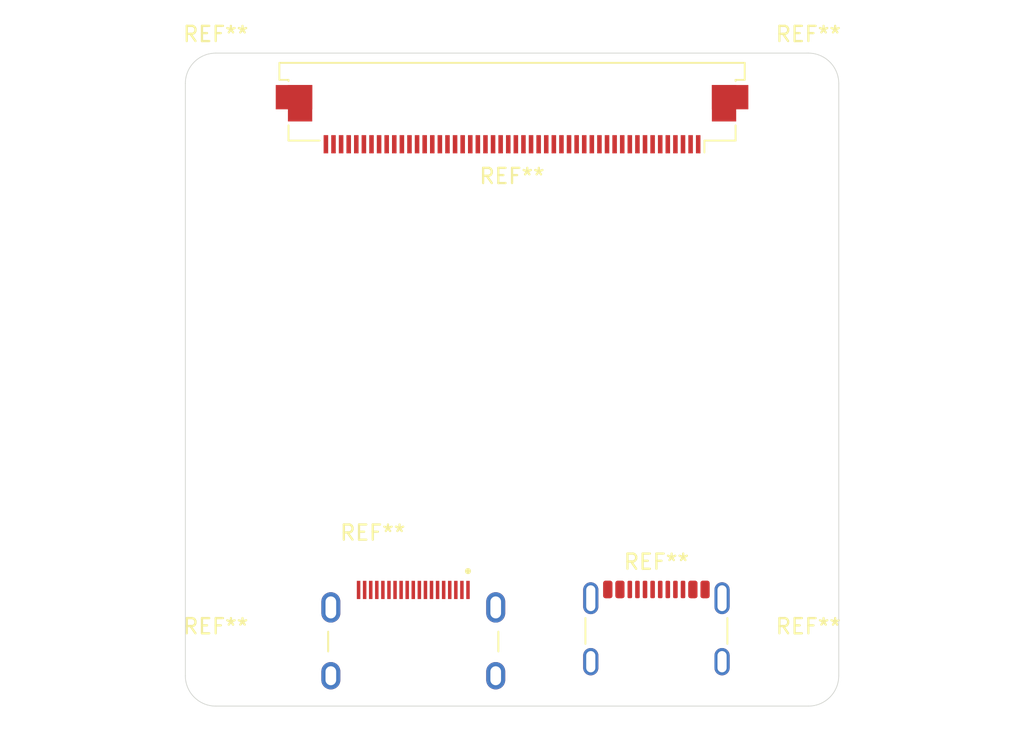
<source format=kicad_pcb>
(kicad_pcb (version 20241229) (generator "pcbnew") (generator_version "9.0")
  (layers (0 "F.Cu" signal) (2 "B.Cu" signal) (13 "F.Paste" user) (15 "B.Paste" user) (5 "F.SilkS" user "F.Silkscreen") (7 "B.SilkS" user "B.Silkscreen") (1 "F.Mask" user) (3 "B.Mask" user) (25 "Edge.Cuts" user))
  (net 0 "")
  (footprint "Library:EDAC_690-019-298-903" (layer "F.Cu") (at 122 141)
    (property "Reference" "REF**" (at -2.665 -9.415 0) (layer "F.SilkS"))
    (property "Value" "EDAC_690-019-298-903")
    (fp_line (start -5.6 -2.9) (end -5.6 -1.6) (stroke (width 0.127)) (layer "F.SilkS"))
    (fp_line (start 5.6 -1.6) (end 5.6 -2.9) (stroke (width 0.127)) (layer "F.SilkS"))
    (fp_circle (center 3.6 -6.89) (end 3.7 -6.89) (stroke (width 0.2)) (fill no) (layer "F.SilkS"))
    (pad "" np_thru_hole circle (at -3.75 -3.7) (size 1.05 1.05) (drill 1.05) (layers "*.Cu" "*.Mask"))
    (pad "" np_thru_hole circle (at 3.75 -3.7) (size 1.05 1.05) (drill 1.05) (layers "*.Cu" "*.Mask"))
    (pad "1" smd rect (at 3.6 -5.65) (size 0.23 1.2) (layers "F.Cu" "F.Mask" "F.Paste"))
    (pad "2" smd rect (at 3.2 -5.65) (size 0.23 1.2) (layers "F.Cu" "F.Mask" "F.Paste"))
    (pad "3" smd rect (at 2.8 -5.65) (size 0.23 1.2) (layers "F.Cu" "F.Mask" "F.Paste"))
    (pad "4" smd rect (at 2.4 -5.65) (size 0.23 1.2) (layers "F.Cu" "F.Mask" "F.Paste"))
    (pad "5" smd rect (at 2 -5.65) (size 0.23 1.2) (layers "F.Cu" "F.Mask" "F.Paste"))
    (pad "6" smd rect (at 1.6 -5.65) (size 0.23 1.2) (layers "F.Cu" "F.Mask" "F.Paste"))
    (pad "7" smd rect (at 1.2 -5.65) (size 0.23 1.2) (layers "F.Cu" "F.Mask" "F.Paste"))
    (pad "8" smd rect (at 0.8 -5.65) (size 0.23 1.2) (layers "F.Cu" "F.Mask" "F.Paste"))
    (pad "9" smd rect (at 0.4 -5.65) (size 0.23 1.2) (layers "F.Cu" "F.Mask" "F.Paste"))
    (pad "10" smd rect (at 0 -5.65) (size 0.23 1.2) (layers "F.Cu" "F.Mask" "F.Paste"))
    (pad "11" smd rect (at -0.4 -5.65) (size 0.23 1.2) (layers "F.Cu" "F.Mask" "F.Paste"))
    (pad "12" smd rect (at -0.8 -5.65) (size 0.23 1.2) (layers "F.Cu" "F.Mask" "F.Paste"))
    (pad "13" smd rect (at -1.2 -5.65) (size 0.23 1.2) (layers "F.Cu" "F.Mask" "F.Paste"))
    (pad "14" smd rect (at -1.6 -5.65) (size 0.23 1.2) (layers "F.Cu" "F.Mask" "F.Paste"))
    (pad "15" smd rect (at -2 -5.65) (size 0.23 1.2) (layers "F.Cu" "F.Mask" "F.Paste"))
    (pad "16" smd rect (at -2.4 -5.65) (size 0.23 1.2) (layers "F.Cu" "F.Mask" "F.Paste"))
    (pad "17" smd rect (at -2.8 -5.65) (size 0.23 1.2) (layers "F.Cu" "F.Mask" "F.Paste"))
    (pad "18" smd rect (at -3.2 -5.65) (size 0.23 1.2) (layers "F.Cu" "F.Mask" "F.Paste"))
    (pad "19" smd rect (at -3.6 -5.65) (size 0.23 1.2) (layers "F.Cu" "F.Mask" "F.Paste"))
    (pad "S1" thru_hole oval (at -5.425 0) (size 1.25 1.8) (drill oval 0.7 1.25) (layers "*.Cu" "*.Mask"))
    (pad "S2" thru_hole oval (at 5.425 0) (size 1.25 1.8) (drill oval 0.7 1.25) (layers "*.Cu" "*.Mask"))
    (pad "S3" thru_hole oval (at 5.425 -4.5) (size 1.25 2) (drill oval 0.7 1.45) (layers "*.Cu" "*.Mask"))
    (pad "S4" thru_hole oval (at -5.425 -4.5) (size 1.25 2) (drill oval 0.7 1.45) (layers "*.Cu" "*.Mask"))
  )
  (footprint "Library:MountingHole_2.7mm_M2.5_ISO14580" (layer "F.Cu") (at 148 141)
    (property "Reference" "REF**" (at 0 -3.25 0) (layer "F.SilkS"))
    (property "Value" "MountingHole_2.7mm_M2.5_ISO14580")
    (pad "" np_thru_hole circle (at 0 0) (size 2.7 2.7) (drill 2.7) (layers "*.Cu" "*.Mask"))
  )
  (footprint "Library:USB_C_Receptacle_GCT_USB4105-xx-A_16P_TopMnt_Horizontal" (layer "F.Cu") (at 138 139)
    (property "Reference" "REF**" (at 0 -5.5 0) (layer "F.SilkS"))
    (property "Value" "USB_C_Receptacle_GCT_USB4105-xx-A_16P_TopMnt_Horizontal")
    (fp_line (start -4.67 -0.1) (end -4.67 -1.8) (stroke (width 0.12)) (layer "F.SilkS"))
    (fp_line (start 4.67 -0.1) (end 4.67 -1.8) (stroke (width 0.12)) (layer "F.SilkS"))
    (pad "" np_thru_hole circle (at -2.89 -2.605) (size 0.65 0.65) (drill 0.65) (layers "*.Cu" "*.Mask"))
    (pad "" np_thru_hole circle (at 2.89 -2.605) (size 0.65 0.65) (drill 0.65) (layers "*.Cu" "*.Mask"))
    (pad "A1" smd roundrect (at -3.2 -3.68) (size 0.6 1.15) (layers "F.Cu" "F.Mask" "F.Paste"))
    (pad "A4" smd roundrect (at -2.4 -3.68) (size 0.6 1.15) (layers "F.Cu" "F.Mask" "F.Paste"))
    (pad "A5" smd roundrect (at -1.25 -3.68) (size 0.3 1.15) (layers "F.Cu" "F.Mask" "F.Paste"))
    (pad "A6" smd roundrect (at -0.25 -3.68) (size 0.3 1.15) (layers "F.Cu" "F.Mask" "F.Paste"))
    (pad "A7" smd roundrect (at 0.25 -3.68) (size 0.3 1.15) (layers "F.Cu" "F.Mask" "F.Paste"))
    (pad "A8" smd roundrect (at 1.25 -3.68) (size 0.3 1.15) (layers "F.Cu" "F.Mask" "F.Paste"))
    (pad "A9" smd roundrect (at 2.4 -3.68) (size 0.6 1.15) (layers "F.Cu" "F.Mask" "F.Paste"))
    (pad "A12" smd roundrect (at 3.2 -3.68) (size 0.6 1.15) (layers "F.Cu" "F.Mask" "F.Paste"))
    (pad "B1" smd roundrect (at 3.2 -3.68) (size 0.6 1.15) (layers "F.Cu" "F.Mask" "F.Paste"))
    (pad "B4" smd roundrect (at 2.4 -3.68) (size 0.6 1.15) (layers "F.Cu" "F.Mask" "F.Paste"))
    (pad "B5" smd roundrect (at 1.75 -3.68) (size 0.3 1.15) (layers "F.Cu" "F.Mask" "F.Paste"))
    (pad "B6" smd roundrect (at 0.75 -3.68) (size 0.3 1.15) (layers "F.Cu" "F.Mask" "F.Paste"))
    (pad "B7" smd roundrect (at -0.75 -3.68) (size 0.3 1.15) (layers "F.Cu" "F.Mask" "F.Paste"))
    (pad "B8" smd roundrect (at -1.75 -3.68) (size 0.3 1.15) (layers "F.Cu" "F.Mask" "F.Paste"))
    (pad "B9" smd roundrect (at -2.4 -3.68) (size 0.6 1.15) (layers "F.Cu" "F.Mask" "F.Paste"))
    (pad "B12" smd roundrect (at -3.2 -3.68) (size 0.6 1.15) (layers "F.Cu" "F.Mask" "F.Paste"))
    (pad "S1" thru_hole oval (at -4.32 -3.105) (size 1 2.1) (drill oval 0.6 1.7) (property pad_prop_heatsink) (layers "*.Cu" "*.Mask" "F.Paste"))
    (pad "S1" thru_hole oval (at -4.32 1.075) (size 1 1.8) (drill oval 0.6 1.4) (property pad_prop_heatsink) (layers "*.Cu" "*.Mask" "F.Paste"))
    (pad "S1" thru_hole oval (at 4.32 -3.105) (size 1 2.1) (drill oval 0.6 1.7) (property pad_prop_heatsink) (layers "*.Cu" "*.Mask" "F.Paste"))
    (pad "S1" thru_hole oval (at 4.32 1.075) (size 1 1.8) (drill oval 0.6 1.4) (property pad_prop_heatsink) (layers "*.Cu" "*.Mask" "F.Paste"))
  )
  (footprint "Library:MountingHole_2.7mm_M2.5_ISO14580" (layer "F.Cu") (at 109 102)
    (property "Reference" "REF**" (at 0 -3.25 0) (layer "F.SilkS"))
    (property "Value" "MountingHole_2.7mm_M2.5_ISO14580")
    (pad "" np_thru_hole circle (at 0 0) (size 2.7 2.7) (drill 2.7) (layers "*.Cu" "*.Mask"))
  )
  (footprint "Library:MountingHole_2.7mm_M2.5_ISO14580" (layer "F.Cu") (at 148 102)
    (property "Reference" "REF**" (at 0 -3.25 0) (layer "F.SilkS"))
    (property "Value" "MountingHole_2.7mm_M2.5_ISO14580")
    (pad "" np_thru_hole circle (at 0 0) (size 2.7 2.7) (drill 2.7) (layers "*.Cu" "*.Mask"))
  )
  (footprint "Library:MountingHole_2.7mm_M2.5_ISO14580" (layer "F.Cu") (at 109 141)
    (property "Reference" "REF**" (at 0 -3.25 0) (layer "F.SilkS"))
    (property "Value" "MountingHole_2.7mm_M2.5_ISO14580")
    (pad "" np_thru_hole circle (at 0 0) (size 2.7 2.7) (drill 2.7) (layers "*.Cu" "*.Mask"))
  )
  (footprint "Library:Molex_54132-5033_1x50-1MP_P0.5mm_Horizontal" (layer "F.Cu") (at 128.5 104.35 180)
    (property "Reference" "REF**" (at 0 -3.75 0) (layer "F.SilkS"))
    (property "Value" "Molex_54132-5033_1x50-1MP_P0.5mm_Horizontal")
    (fp_line (start 15.31 3.71) (end -15.31 3.71) (stroke (width 0.12)) (layer "F.SilkS"))
    (fp_line (start 15.31 2.59) (end 15.31 3.71) (stroke (width 0.12)) (layer "F.SilkS"))
    (fp_line (start 14.71 2.59) (end 15.31 2.59) (stroke (width 0.12)) (layer "F.SilkS"))
    (fp_line (start 14.71 2.59) (end 14.71 2.51) (stroke (width 0.12)) (layer "F.SilkS"))
    (fp_line (start 14.71 -1.41) (end 14.71 -0.41) (stroke (width 0.12)) (layer "F.SilkS"))
    (fp_line (start 14.71 -1.41) (end 12.66 -1.41) (stroke (width 0.12)) (layer "F.SilkS"))
    (fp_line (start -12.66 -1.41) (end -12.66 -2.19) (stroke (width 0.12)) (layer "F.SilkS"))
    (fp_line (start -12.66 -1.41) (end -14.71 -1.41) (stroke (width 0.12)) (layer "F.SilkS"))
    (fp_line (start -14.71 2.59) (end -14.71 2.51) (stroke (width 0.12)) (layer "F.SilkS"))
    (fp_line (start -14.71 -1.41) (end -14.71 -0.41) (stroke (width 0.12)) (layer "F.SilkS"))
    (fp_line (start -15.31 2.59) (end -14.71 2.59) (stroke (width 0.12)) (layer "F.SilkS"))
    (fp_line (start -15.31 2.59) (end -15.31 3.71) (stroke (width 0.12)) (layer "F.SilkS"))
    (pad "1" smd rect (at -12.25 -1.65 180) (size 0.3 1.2) (layers "F.Cu" "F.Mask" "F.Paste"))
    (pad "2" smd rect (at -11.75 -1.65 180) (size 0.3 1.2) (layers "F.Cu" "F.Mask" "F.Paste"))
    (pad "3" smd rect (at -11.25 -1.65 180) (size 0.3 1.2) (layers "F.Cu" "F.Mask" "F.Paste"))
    (pad "4" smd rect (at -10.75 -1.65 180) (size 0.3 1.2) (layers "F.Cu" "F.Mask" "F.Paste"))
    (pad "5" smd rect (at -10.25 -1.65 180) (size 0.3 1.2) (layers "F.Cu" "F.Mask" "F.Paste"))
    (pad "6" smd rect (at -9.75 -1.65 180) (size 0.3 1.2) (layers "F.Cu" "F.Mask" "F.Paste"))
    (pad "7" smd rect (at -9.25 -1.65 180) (size 0.3 1.2) (layers "F.Cu" "F.Mask" "F.Paste"))
    (pad "8" smd rect (at -8.75 -1.65 180) (size 0.3 1.2) (layers "F.Cu" "F.Mask" "F.Paste"))
    (pad "9" smd rect (at -8.25 -1.65 180) (size 0.3 1.2) (layers "F.Cu" "F.Mask" "F.Paste"))
    (pad "10" smd rect (at -7.75 -1.65 180) (size 0.3 1.2) (layers "F.Cu" "F.Mask" "F.Paste"))
    (pad "11" smd rect (at -7.25 -1.65 180) (size 0.3 1.2) (layers "F.Cu" "F.Mask" "F.Paste"))
    (pad "12" smd rect (at -6.75 -1.65 180) (size 0.3 1.2) (layers "F.Cu" "F.Mask" "F.Paste"))
    (pad "13" smd rect (at -6.25 -1.65 180) (size 0.3 1.2) (layers "F.Cu" "F.Mask" "F.Paste"))
    (pad "14" smd rect (at -5.75 -1.65 180) (size 0.3 1.2) (layers "F.Cu" "F.Mask" "F.Paste"))
    (pad "15" smd rect (at -5.25 -1.65 180) (size 0.3 1.2) (layers "F.Cu" "F.Mask" "F.Paste"))
    (pad "16" smd rect (at -4.75 -1.65 180) (size 0.3 1.2) (layers "F.Cu" "F.Mask" "F.Paste"))
    (pad "17" smd rect (at -4.25 -1.65 180) (size 0.3 1.2) (layers "F.Cu" "F.Mask" "F.Paste"))
    (pad "18" smd rect (at -3.75 -1.65 180) (size 0.3 1.2) (layers "F.Cu" "F.Mask" "F.Paste"))
    (pad "19" smd rect (at -3.25 -1.65 180) (size 0.3 1.2) (layers "F.Cu" "F.Mask" "F.Paste"))
    (pad "20" smd rect (at -2.75 -1.65 180) (size 0.3 1.2) (layers "F.Cu" "F.Mask" "F.Paste"))
    (pad "21" smd rect (at -2.25 -1.65 180) (size 0.3 1.2) (layers "F.Cu" "F.Mask" "F.Paste"))
    (pad "22" smd rect (at -1.75 -1.65 180) (size 0.3 1.2) (layers "F.Cu" "F.Mask" "F.Paste"))
    (pad "23" smd rect (at -1.25 -1.65 180) (size 0.3 1.2) (layers "F.Cu" "F.Mask" "F.Paste"))
    (pad "24" smd rect (at -0.75 -1.65 180) (size 0.3 1.2) (layers "F.Cu" "F.Mask" "F.Paste"))
    (pad "25" smd rect (at -0.25 -1.65 180) (size 0.3 1.2) (layers "F.Cu" "F.Mask" "F.Paste"))
    (pad "26" smd rect (at 0.25 -1.65 180) (size 0.3 1.2) (layers "F.Cu" "F.Mask" "F.Paste"))
    (pad "27" smd rect (at 0.75 -1.65 180) (size 0.3 1.2) (layers "F.Cu" "F.Mask" "F.Paste"))
    (pad "28" smd rect (at 1.25 -1.65 180) (size 0.3 1.2) (layers "F.Cu" "F.Mask" "F.Paste"))
    (pad "29" smd rect (at 1.75 -1.65 180) (size 0.3 1.2) (layers "F.Cu" "F.Mask" "F.Paste"))
    (pad "30" smd rect (at 2.25 -1.65 180) (size 0.3 1.2) (layers "F.Cu" "F.Mask" "F.Paste"))
    (pad "31" smd rect (at 2.75 -1.65 180) (size 0.3 1.2) (layers "F.Cu" "F.Mask" "F.Paste"))
    (pad "32" smd rect (at 3.25 -1.65 180) (size 0.3 1.2) (layers "F.Cu" "F.Mask" "F.Paste"))
    (pad "33" smd rect (at 3.75 -1.65 180) (size 0.3 1.2) (layers "F.Cu" "F.Mask" "F.Paste"))
    (pad "34" smd rect (at 4.25 -1.65 180) (size 0.3 1.2) (layers "F.Cu" "F.Mask" "F.Paste"))
    (pad "35" smd rect (at 4.75 -1.65 180) (size 0.3 1.2) (layers "F.Cu" "F.Mask" "F.Paste"))
    (pad "36" smd rect (at 5.25 -1.65 180) (size 0.3 1.2) (layers "F.Cu" "F.Mask" "F.Paste"))
    (pad "37" smd rect (at 5.75 -1.65 180) (size 0.3 1.2) (layers "F.Cu" "F.Mask" "F.Paste"))
    (pad "38" smd rect (at 6.25 -1.65 180) (size 0.3 1.2) (layers "F.Cu" "F.Mask" "F.Paste"))
    (pad "39" smd rect (at 6.75 -1.65 180) (size 0.3 1.2) (layers "F.Cu" "F.Mask" "F.Paste"))
    (pad "40" smd rect (at 7.25 -1.65 180) (size 0.3 1.2) (layers "F.Cu" "F.Mask" "F.Paste"))
    (pad "41" smd rect (at 7.75 -1.65 180) (size 0.3 1.2) (layers "F.Cu" "F.Mask" "F.Paste"))
    (pad "42" smd rect (at 8.25 -1.65 180) (size 0.3 1.2) (layers "F.Cu" "F.Mask" "F.Paste"))
    (pad "43" smd rect (at 8.75 -1.65 180) (size 0.3 1.2) (layers "F.Cu" "F.Mask" "F.Paste"))
    (pad "44" smd rect (at 9.25 -1.65 180) (size 0.3 1.2) (layers "F.Cu" "F.Mask" "F.Paste"))
    (pad "45" smd rect (at 9.75 -1.65 180) (size 0.3 1.2) (layers "F.Cu" "F.Mask" "F.Paste"))
    (pad "46" smd rect (at 10.25 -1.65 180) (size 0.3 1.2) (layers "F.Cu" "F.Mask" "F.Paste"))
    (pad "47" smd rect (at 10.75 -1.65 180) (size 0.3 1.2) (layers "F.Cu" "F.Mask" "F.Paste"))
    (pad "48" smd rect (at 11.25 -1.65 180) (size 0.3 1.2) (layers "F.Cu" "F.Mask" "F.Paste"))
    (pad "49" smd rect (at 11.75 -1.65 180) (size 0.3 1.2) (layers "F.Cu" "F.Mask" "F.Paste"))
    (pad "50" smd rect (at 12.25 -1.65 180) (size 0.3 1.2) (layers "F.Cu" "F.Mask" "F.Paste"))
    (pad "MP" smd rect (at -14.35 1.45 180) (size 2.4 1.6) (layers "F.Cu" "F.Mask" "F.Paste"))
    (pad "MP" smd rect (at -13.95 1.05 180) (size 1.6 2.4) (layers "F.Cu" "F.Mask" "F.Paste"))
    (pad "MP" smd rect (at 13.95 1.05 180) (size 1.6 2.4) (layers "F.Cu" "F.Mask" "F.Paste"))
    (pad "MP" smd rect (at 14.35 1.45 180) (size 2.4 1.6) (layers "F.Cu" "F.Mask" "F.Paste"))
  )
  (gr_line (start 109 143) (end 148 143) (stroke (width 0.05)) (layer "Edge.Cuts"))
  (gr_arc (start 107 102) (mid 107.585786 100.585786) (end 109 100) (stroke (width 0.05)) (layer "Edge.Cuts"))
  (gr_line (start 107 102) (end 107 141) (stroke (width 0.05)) (layer "Edge.Cuts"))
  (gr_arc (start 109 143) (mid 107.585786 142.414214) (end 107 141) (stroke (width 0.05)) (layer "Edge.Cuts"))
  (gr_arc (start 150 141) (mid 149.414214 142.414214) (end 148 143) (stroke (width 0.05)) (layer "Edge.Cuts"))
  (gr_line (start 150 102) (end 150 141) (stroke (width 0.05)) (layer "Edge.Cuts"))
  (gr_line (start 148 100) (end 109 100) (stroke (width 0.05)) (layer "Edge.Cuts"))
  (gr_arc (start 148 100) (mid 149.414214 100.585786) (end 150 102) (stroke (width 0.05)) (layer "Edge.Cuts"))
)
</source>
